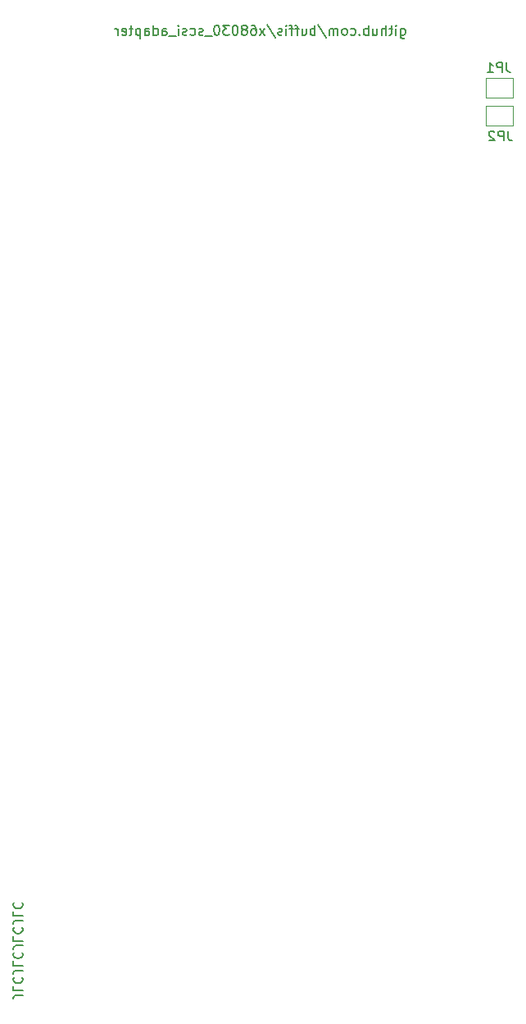
<source format=gbr>
%TF.GenerationSoftware,KiCad,Pcbnew,8.0.8*%
%TF.CreationDate,2025-02-28T07:36:19+01:00*%
%TF.ProjectId,x68030_scsi,78363830-3330-45f7-9363-73692e6b6963,rev?*%
%TF.SameCoordinates,Original*%
%TF.FileFunction,Legend,Bot*%
%TF.FilePolarity,Positive*%
%FSLAX46Y46*%
G04 Gerber Fmt 4.6, Leading zero omitted, Abs format (unit mm)*
G04 Created by KiCad (PCBNEW 8.0.8) date 2025-02-28 07:36:19*
%MOMM*%
%LPD*%
G01*
G04 APERTURE LIST*
%ADD10C,0.150000*%
%ADD11C,0.120000*%
G04 APERTURE END LIST*
D10*
X72462849Y-71694752D02*
X72462849Y-72504276D01*
X72462849Y-72504276D02*
X72510468Y-72599514D01*
X72510468Y-72599514D02*
X72558087Y-72647133D01*
X72558087Y-72647133D02*
X72653325Y-72694752D01*
X72653325Y-72694752D02*
X72796182Y-72694752D01*
X72796182Y-72694752D02*
X72891420Y-72647133D01*
X72462849Y-72313800D02*
X72558087Y-72361419D01*
X72558087Y-72361419D02*
X72748563Y-72361419D01*
X72748563Y-72361419D02*
X72843801Y-72313800D01*
X72843801Y-72313800D02*
X72891420Y-72266180D01*
X72891420Y-72266180D02*
X72939039Y-72170942D01*
X72939039Y-72170942D02*
X72939039Y-71885228D01*
X72939039Y-71885228D02*
X72891420Y-71789990D01*
X72891420Y-71789990D02*
X72843801Y-71742371D01*
X72843801Y-71742371D02*
X72748563Y-71694752D01*
X72748563Y-71694752D02*
X72558087Y-71694752D01*
X72558087Y-71694752D02*
X72462849Y-71742371D01*
X71986658Y-72361419D02*
X71986658Y-71694752D01*
X71986658Y-71361419D02*
X72034277Y-71409038D01*
X72034277Y-71409038D02*
X71986658Y-71456657D01*
X71986658Y-71456657D02*
X71939039Y-71409038D01*
X71939039Y-71409038D02*
X71986658Y-71361419D01*
X71986658Y-71361419D02*
X71986658Y-71456657D01*
X71653325Y-71694752D02*
X71272373Y-71694752D01*
X71510468Y-71361419D02*
X71510468Y-72218561D01*
X71510468Y-72218561D02*
X71462849Y-72313800D01*
X71462849Y-72313800D02*
X71367611Y-72361419D01*
X71367611Y-72361419D02*
X71272373Y-72361419D01*
X70939039Y-72361419D02*
X70939039Y-71361419D01*
X70510468Y-72361419D02*
X70510468Y-71837609D01*
X70510468Y-71837609D02*
X70558087Y-71742371D01*
X70558087Y-71742371D02*
X70653325Y-71694752D01*
X70653325Y-71694752D02*
X70796182Y-71694752D01*
X70796182Y-71694752D02*
X70891420Y-71742371D01*
X70891420Y-71742371D02*
X70939039Y-71789990D01*
X69605706Y-71694752D02*
X69605706Y-72361419D01*
X70034277Y-71694752D02*
X70034277Y-72218561D01*
X70034277Y-72218561D02*
X69986658Y-72313800D01*
X69986658Y-72313800D02*
X69891420Y-72361419D01*
X69891420Y-72361419D02*
X69748563Y-72361419D01*
X69748563Y-72361419D02*
X69653325Y-72313800D01*
X69653325Y-72313800D02*
X69605706Y-72266180D01*
X69129515Y-72361419D02*
X69129515Y-71361419D01*
X69129515Y-71742371D02*
X69034277Y-71694752D01*
X69034277Y-71694752D02*
X68843801Y-71694752D01*
X68843801Y-71694752D02*
X68748563Y-71742371D01*
X68748563Y-71742371D02*
X68700944Y-71789990D01*
X68700944Y-71789990D02*
X68653325Y-71885228D01*
X68653325Y-71885228D02*
X68653325Y-72170942D01*
X68653325Y-72170942D02*
X68700944Y-72266180D01*
X68700944Y-72266180D02*
X68748563Y-72313800D01*
X68748563Y-72313800D02*
X68843801Y-72361419D01*
X68843801Y-72361419D02*
X69034277Y-72361419D01*
X69034277Y-72361419D02*
X69129515Y-72313800D01*
X68224753Y-72266180D02*
X68177134Y-72313800D01*
X68177134Y-72313800D02*
X68224753Y-72361419D01*
X68224753Y-72361419D02*
X68272372Y-72313800D01*
X68272372Y-72313800D02*
X68224753Y-72266180D01*
X68224753Y-72266180D02*
X68224753Y-72361419D01*
X67319992Y-72313800D02*
X67415230Y-72361419D01*
X67415230Y-72361419D02*
X67605706Y-72361419D01*
X67605706Y-72361419D02*
X67700944Y-72313800D01*
X67700944Y-72313800D02*
X67748563Y-72266180D01*
X67748563Y-72266180D02*
X67796182Y-72170942D01*
X67796182Y-72170942D02*
X67796182Y-71885228D01*
X67796182Y-71885228D02*
X67748563Y-71789990D01*
X67748563Y-71789990D02*
X67700944Y-71742371D01*
X67700944Y-71742371D02*
X67605706Y-71694752D01*
X67605706Y-71694752D02*
X67415230Y-71694752D01*
X67415230Y-71694752D02*
X67319992Y-71742371D01*
X66748563Y-72361419D02*
X66843801Y-72313800D01*
X66843801Y-72313800D02*
X66891420Y-72266180D01*
X66891420Y-72266180D02*
X66939039Y-72170942D01*
X66939039Y-72170942D02*
X66939039Y-71885228D01*
X66939039Y-71885228D02*
X66891420Y-71789990D01*
X66891420Y-71789990D02*
X66843801Y-71742371D01*
X66843801Y-71742371D02*
X66748563Y-71694752D01*
X66748563Y-71694752D02*
X66605706Y-71694752D01*
X66605706Y-71694752D02*
X66510468Y-71742371D01*
X66510468Y-71742371D02*
X66462849Y-71789990D01*
X66462849Y-71789990D02*
X66415230Y-71885228D01*
X66415230Y-71885228D02*
X66415230Y-72170942D01*
X66415230Y-72170942D02*
X66462849Y-72266180D01*
X66462849Y-72266180D02*
X66510468Y-72313800D01*
X66510468Y-72313800D02*
X66605706Y-72361419D01*
X66605706Y-72361419D02*
X66748563Y-72361419D01*
X65986658Y-72361419D02*
X65986658Y-71694752D01*
X65986658Y-71789990D02*
X65939039Y-71742371D01*
X65939039Y-71742371D02*
X65843801Y-71694752D01*
X65843801Y-71694752D02*
X65700944Y-71694752D01*
X65700944Y-71694752D02*
X65605706Y-71742371D01*
X65605706Y-71742371D02*
X65558087Y-71837609D01*
X65558087Y-71837609D02*
X65558087Y-72361419D01*
X65558087Y-71837609D02*
X65510468Y-71742371D01*
X65510468Y-71742371D02*
X65415230Y-71694752D01*
X65415230Y-71694752D02*
X65272373Y-71694752D01*
X65272373Y-71694752D02*
X65177134Y-71742371D01*
X65177134Y-71742371D02*
X65129515Y-71837609D01*
X65129515Y-71837609D02*
X65129515Y-72361419D01*
X63939040Y-71313800D02*
X64796182Y-72599514D01*
X63605706Y-72361419D02*
X63605706Y-71361419D01*
X63605706Y-71742371D02*
X63510468Y-71694752D01*
X63510468Y-71694752D02*
X63319992Y-71694752D01*
X63319992Y-71694752D02*
X63224754Y-71742371D01*
X63224754Y-71742371D02*
X63177135Y-71789990D01*
X63177135Y-71789990D02*
X63129516Y-71885228D01*
X63129516Y-71885228D02*
X63129516Y-72170942D01*
X63129516Y-72170942D02*
X63177135Y-72266180D01*
X63177135Y-72266180D02*
X63224754Y-72313800D01*
X63224754Y-72313800D02*
X63319992Y-72361419D01*
X63319992Y-72361419D02*
X63510468Y-72361419D01*
X63510468Y-72361419D02*
X63605706Y-72313800D01*
X62272373Y-71694752D02*
X62272373Y-72361419D01*
X62700944Y-71694752D02*
X62700944Y-72218561D01*
X62700944Y-72218561D02*
X62653325Y-72313800D01*
X62653325Y-72313800D02*
X62558087Y-72361419D01*
X62558087Y-72361419D02*
X62415230Y-72361419D01*
X62415230Y-72361419D02*
X62319992Y-72313800D01*
X62319992Y-72313800D02*
X62272373Y-72266180D01*
X61939039Y-71694752D02*
X61558087Y-71694752D01*
X61796182Y-72361419D02*
X61796182Y-71504276D01*
X61796182Y-71504276D02*
X61748563Y-71409038D01*
X61748563Y-71409038D02*
X61653325Y-71361419D01*
X61653325Y-71361419D02*
X61558087Y-71361419D01*
X61367610Y-71694752D02*
X60986658Y-71694752D01*
X61224753Y-72361419D02*
X61224753Y-71504276D01*
X61224753Y-71504276D02*
X61177134Y-71409038D01*
X61177134Y-71409038D02*
X61081896Y-71361419D01*
X61081896Y-71361419D02*
X60986658Y-71361419D01*
X60653324Y-72361419D02*
X60653324Y-71694752D01*
X60653324Y-71361419D02*
X60700943Y-71409038D01*
X60700943Y-71409038D02*
X60653324Y-71456657D01*
X60653324Y-71456657D02*
X60605705Y-71409038D01*
X60605705Y-71409038D02*
X60653324Y-71361419D01*
X60653324Y-71361419D02*
X60653324Y-71456657D01*
X60224753Y-72313800D02*
X60129515Y-72361419D01*
X60129515Y-72361419D02*
X59939039Y-72361419D01*
X59939039Y-72361419D02*
X59843801Y-72313800D01*
X59843801Y-72313800D02*
X59796182Y-72218561D01*
X59796182Y-72218561D02*
X59796182Y-72170942D01*
X59796182Y-72170942D02*
X59843801Y-72075704D01*
X59843801Y-72075704D02*
X59939039Y-72028085D01*
X59939039Y-72028085D02*
X60081896Y-72028085D01*
X60081896Y-72028085D02*
X60177134Y-71980466D01*
X60177134Y-71980466D02*
X60224753Y-71885228D01*
X60224753Y-71885228D02*
X60224753Y-71837609D01*
X60224753Y-71837609D02*
X60177134Y-71742371D01*
X60177134Y-71742371D02*
X60081896Y-71694752D01*
X60081896Y-71694752D02*
X59939039Y-71694752D01*
X59939039Y-71694752D02*
X59843801Y-71742371D01*
X58653325Y-71313800D02*
X59510467Y-72599514D01*
X58415229Y-72361419D02*
X57891420Y-71694752D01*
X58415229Y-71694752D02*
X57891420Y-72361419D01*
X57081896Y-71361419D02*
X57272372Y-71361419D01*
X57272372Y-71361419D02*
X57367610Y-71409038D01*
X57367610Y-71409038D02*
X57415229Y-71456657D01*
X57415229Y-71456657D02*
X57510467Y-71599514D01*
X57510467Y-71599514D02*
X57558086Y-71789990D01*
X57558086Y-71789990D02*
X57558086Y-72170942D01*
X57558086Y-72170942D02*
X57510467Y-72266180D01*
X57510467Y-72266180D02*
X57462848Y-72313800D01*
X57462848Y-72313800D02*
X57367610Y-72361419D01*
X57367610Y-72361419D02*
X57177134Y-72361419D01*
X57177134Y-72361419D02*
X57081896Y-72313800D01*
X57081896Y-72313800D02*
X57034277Y-72266180D01*
X57034277Y-72266180D02*
X56986658Y-72170942D01*
X56986658Y-72170942D02*
X56986658Y-71932847D01*
X56986658Y-71932847D02*
X57034277Y-71837609D01*
X57034277Y-71837609D02*
X57081896Y-71789990D01*
X57081896Y-71789990D02*
X57177134Y-71742371D01*
X57177134Y-71742371D02*
X57367610Y-71742371D01*
X57367610Y-71742371D02*
X57462848Y-71789990D01*
X57462848Y-71789990D02*
X57510467Y-71837609D01*
X57510467Y-71837609D02*
X57558086Y-71932847D01*
X56415229Y-71789990D02*
X56510467Y-71742371D01*
X56510467Y-71742371D02*
X56558086Y-71694752D01*
X56558086Y-71694752D02*
X56605705Y-71599514D01*
X56605705Y-71599514D02*
X56605705Y-71551895D01*
X56605705Y-71551895D02*
X56558086Y-71456657D01*
X56558086Y-71456657D02*
X56510467Y-71409038D01*
X56510467Y-71409038D02*
X56415229Y-71361419D01*
X56415229Y-71361419D02*
X56224753Y-71361419D01*
X56224753Y-71361419D02*
X56129515Y-71409038D01*
X56129515Y-71409038D02*
X56081896Y-71456657D01*
X56081896Y-71456657D02*
X56034277Y-71551895D01*
X56034277Y-71551895D02*
X56034277Y-71599514D01*
X56034277Y-71599514D02*
X56081896Y-71694752D01*
X56081896Y-71694752D02*
X56129515Y-71742371D01*
X56129515Y-71742371D02*
X56224753Y-71789990D01*
X56224753Y-71789990D02*
X56415229Y-71789990D01*
X56415229Y-71789990D02*
X56510467Y-71837609D01*
X56510467Y-71837609D02*
X56558086Y-71885228D01*
X56558086Y-71885228D02*
X56605705Y-71980466D01*
X56605705Y-71980466D02*
X56605705Y-72170942D01*
X56605705Y-72170942D02*
X56558086Y-72266180D01*
X56558086Y-72266180D02*
X56510467Y-72313800D01*
X56510467Y-72313800D02*
X56415229Y-72361419D01*
X56415229Y-72361419D02*
X56224753Y-72361419D01*
X56224753Y-72361419D02*
X56129515Y-72313800D01*
X56129515Y-72313800D02*
X56081896Y-72266180D01*
X56081896Y-72266180D02*
X56034277Y-72170942D01*
X56034277Y-72170942D02*
X56034277Y-71980466D01*
X56034277Y-71980466D02*
X56081896Y-71885228D01*
X56081896Y-71885228D02*
X56129515Y-71837609D01*
X56129515Y-71837609D02*
X56224753Y-71789990D01*
X55415229Y-71361419D02*
X55319991Y-71361419D01*
X55319991Y-71361419D02*
X55224753Y-71409038D01*
X55224753Y-71409038D02*
X55177134Y-71456657D01*
X55177134Y-71456657D02*
X55129515Y-71551895D01*
X55129515Y-71551895D02*
X55081896Y-71742371D01*
X55081896Y-71742371D02*
X55081896Y-71980466D01*
X55081896Y-71980466D02*
X55129515Y-72170942D01*
X55129515Y-72170942D02*
X55177134Y-72266180D01*
X55177134Y-72266180D02*
X55224753Y-72313800D01*
X55224753Y-72313800D02*
X55319991Y-72361419D01*
X55319991Y-72361419D02*
X55415229Y-72361419D01*
X55415229Y-72361419D02*
X55510467Y-72313800D01*
X55510467Y-72313800D02*
X55558086Y-72266180D01*
X55558086Y-72266180D02*
X55605705Y-72170942D01*
X55605705Y-72170942D02*
X55653324Y-71980466D01*
X55653324Y-71980466D02*
X55653324Y-71742371D01*
X55653324Y-71742371D02*
X55605705Y-71551895D01*
X55605705Y-71551895D02*
X55558086Y-71456657D01*
X55558086Y-71456657D02*
X55510467Y-71409038D01*
X55510467Y-71409038D02*
X55415229Y-71361419D01*
X54748562Y-71361419D02*
X54129515Y-71361419D01*
X54129515Y-71361419D02*
X54462848Y-71742371D01*
X54462848Y-71742371D02*
X54319991Y-71742371D01*
X54319991Y-71742371D02*
X54224753Y-71789990D01*
X54224753Y-71789990D02*
X54177134Y-71837609D01*
X54177134Y-71837609D02*
X54129515Y-71932847D01*
X54129515Y-71932847D02*
X54129515Y-72170942D01*
X54129515Y-72170942D02*
X54177134Y-72266180D01*
X54177134Y-72266180D02*
X54224753Y-72313800D01*
X54224753Y-72313800D02*
X54319991Y-72361419D01*
X54319991Y-72361419D02*
X54605705Y-72361419D01*
X54605705Y-72361419D02*
X54700943Y-72313800D01*
X54700943Y-72313800D02*
X54748562Y-72266180D01*
X53510467Y-71361419D02*
X53415229Y-71361419D01*
X53415229Y-71361419D02*
X53319991Y-71409038D01*
X53319991Y-71409038D02*
X53272372Y-71456657D01*
X53272372Y-71456657D02*
X53224753Y-71551895D01*
X53224753Y-71551895D02*
X53177134Y-71742371D01*
X53177134Y-71742371D02*
X53177134Y-71980466D01*
X53177134Y-71980466D02*
X53224753Y-72170942D01*
X53224753Y-72170942D02*
X53272372Y-72266180D01*
X53272372Y-72266180D02*
X53319991Y-72313800D01*
X53319991Y-72313800D02*
X53415229Y-72361419D01*
X53415229Y-72361419D02*
X53510467Y-72361419D01*
X53510467Y-72361419D02*
X53605705Y-72313800D01*
X53605705Y-72313800D02*
X53653324Y-72266180D01*
X53653324Y-72266180D02*
X53700943Y-72170942D01*
X53700943Y-72170942D02*
X53748562Y-71980466D01*
X53748562Y-71980466D02*
X53748562Y-71742371D01*
X53748562Y-71742371D02*
X53700943Y-71551895D01*
X53700943Y-71551895D02*
X53653324Y-71456657D01*
X53653324Y-71456657D02*
X53605705Y-71409038D01*
X53605705Y-71409038D02*
X53510467Y-71361419D01*
X52986658Y-72456657D02*
X52224753Y-72456657D01*
X52034276Y-72313800D02*
X51939038Y-72361419D01*
X51939038Y-72361419D02*
X51748562Y-72361419D01*
X51748562Y-72361419D02*
X51653324Y-72313800D01*
X51653324Y-72313800D02*
X51605705Y-72218561D01*
X51605705Y-72218561D02*
X51605705Y-72170942D01*
X51605705Y-72170942D02*
X51653324Y-72075704D01*
X51653324Y-72075704D02*
X51748562Y-72028085D01*
X51748562Y-72028085D02*
X51891419Y-72028085D01*
X51891419Y-72028085D02*
X51986657Y-71980466D01*
X51986657Y-71980466D02*
X52034276Y-71885228D01*
X52034276Y-71885228D02*
X52034276Y-71837609D01*
X52034276Y-71837609D02*
X51986657Y-71742371D01*
X51986657Y-71742371D02*
X51891419Y-71694752D01*
X51891419Y-71694752D02*
X51748562Y-71694752D01*
X51748562Y-71694752D02*
X51653324Y-71742371D01*
X50748562Y-72313800D02*
X50843800Y-72361419D01*
X50843800Y-72361419D02*
X51034276Y-72361419D01*
X51034276Y-72361419D02*
X51129514Y-72313800D01*
X51129514Y-72313800D02*
X51177133Y-72266180D01*
X51177133Y-72266180D02*
X51224752Y-72170942D01*
X51224752Y-72170942D02*
X51224752Y-71885228D01*
X51224752Y-71885228D02*
X51177133Y-71789990D01*
X51177133Y-71789990D02*
X51129514Y-71742371D01*
X51129514Y-71742371D02*
X51034276Y-71694752D01*
X51034276Y-71694752D02*
X50843800Y-71694752D01*
X50843800Y-71694752D02*
X50748562Y-71742371D01*
X50367609Y-72313800D02*
X50272371Y-72361419D01*
X50272371Y-72361419D02*
X50081895Y-72361419D01*
X50081895Y-72361419D02*
X49986657Y-72313800D01*
X49986657Y-72313800D02*
X49939038Y-72218561D01*
X49939038Y-72218561D02*
X49939038Y-72170942D01*
X49939038Y-72170942D02*
X49986657Y-72075704D01*
X49986657Y-72075704D02*
X50081895Y-72028085D01*
X50081895Y-72028085D02*
X50224752Y-72028085D01*
X50224752Y-72028085D02*
X50319990Y-71980466D01*
X50319990Y-71980466D02*
X50367609Y-71885228D01*
X50367609Y-71885228D02*
X50367609Y-71837609D01*
X50367609Y-71837609D02*
X50319990Y-71742371D01*
X50319990Y-71742371D02*
X50224752Y-71694752D01*
X50224752Y-71694752D02*
X50081895Y-71694752D01*
X50081895Y-71694752D02*
X49986657Y-71742371D01*
X49510466Y-72361419D02*
X49510466Y-71694752D01*
X49510466Y-71361419D02*
X49558085Y-71409038D01*
X49558085Y-71409038D02*
X49510466Y-71456657D01*
X49510466Y-71456657D02*
X49462847Y-71409038D01*
X49462847Y-71409038D02*
X49510466Y-71361419D01*
X49510466Y-71361419D02*
X49510466Y-71456657D01*
X49272372Y-72456657D02*
X48510467Y-72456657D01*
X47843800Y-72361419D02*
X47843800Y-71837609D01*
X47843800Y-71837609D02*
X47891419Y-71742371D01*
X47891419Y-71742371D02*
X47986657Y-71694752D01*
X47986657Y-71694752D02*
X48177133Y-71694752D01*
X48177133Y-71694752D02*
X48272371Y-71742371D01*
X47843800Y-72313800D02*
X47939038Y-72361419D01*
X47939038Y-72361419D02*
X48177133Y-72361419D01*
X48177133Y-72361419D02*
X48272371Y-72313800D01*
X48272371Y-72313800D02*
X48319990Y-72218561D01*
X48319990Y-72218561D02*
X48319990Y-72123323D01*
X48319990Y-72123323D02*
X48272371Y-72028085D01*
X48272371Y-72028085D02*
X48177133Y-71980466D01*
X48177133Y-71980466D02*
X47939038Y-71980466D01*
X47939038Y-71980466D02*
X47843800Y-71932847D01*
X46939038Y-72361419D02*
X46939038Y-71361419D01*
X46939038Y-72313800D02*
X47034276Y-72361419D01*
X47034276Y-72361419D02*
X47224752Y-72361419D01*
X47224752Y-72361419D02*
X47319990Y-72313800D01*
X47319990Y-72313800D02*
X47367609Y-72266180D01*
X47367609Y-72266180D02*
X47415228Y-72170942D01*
X47415228Y-72170942D02*
X47415228Y-71885228D01*
X47415228Y-71885228D02*
X47367609Y-71789990D01*
X47367609Y-71789990D02*
X47319990Y-71742371D01*
X47319990Y-71742371D02*
X47224752Y-71694752D01*
X47224752Y-71694752D02*
X47034276Y-71694752D01*
X47034276Y-71694752D02*
X46939038Y-71742371D01*
X46034276Y-72361419D02*
X46034276Y-71837609D01*
X46034276Y-71837609D02*
X46081895Y-71742371D01*
X46081895Y-71742371D02*
X46177133Y-71694752D01*
X46177133Y-71694752D02*
X46367609Y-71694752D01*
X46367609Y-71694752D02*
X46462847Y-71742371D01*
X46034276Y-72313800D02*
X46129514Y-72361419D01*
X46129514Y-72361419D02*
X46367609Y-72361419D01*
X46367609Y-72361419D02*
X46462847Y-72313800D01*
X46462847Y-72313800D02*
X46510466Y-72218561D01*
X46510466Y-72218561D02*
X46510466Y-72123323D01*
X46510466Y-72123323D02*
X46462847Y-72028085D01*
X46462847Y-72028085D02*
X46367609Y-71980466D01*
X46367609Y-71980466D02*
X46129514Y-71980466D01*
X46129514Y-71980466D02*
X46034276Y-71932847D01*
X45558085Y-71694752D02*
X45558085Y-72694752D01*
X45558085Y-71742371D02*
X45462847Y-71694752D01*
X45462847Y-71694752D02*
X45272371Y-71694752D01*
X45272371Y-71694752D02*
X45177133Y-71742371D01*
X45177133Y-71742371D02*
X45129514Y-71789990D01*
X45129514Y-71789990D02*
X45081895Y-71885228D01*
X45081895Y-71885228D02*
X45081895Y-72170942D01*
X45081895Y-72170942D02*
X45129514Y-72266180D01*
X45129514Y-72266180D02*
X45177133Y-72313800D01*
X45177133Y-72313800D02*
X45272371Y-72361419D01*
X45272371Y-72361419D02*
X45462847Y-72361419D01*
X45462847Y-72361419D02*
X45558085Y-72313800D01*
X44796180Y-71694752D02*
X44415228Y-71694752D01*
X44653323Y-71361419D02*
X44653323Y-72218561D01*
X44653323Y-72218561D02*
X44605704Y-72313800D01*
X44605704Y-72313800D02*
X44510466Y-72361419D01*
X44510466Y-72361419D02*
X44415228Y-72361419D01*
X43700942Y-72313800D02*
X43796180Y-72361419D01*
X43796180Y-72361419D02*
X43986656Y-72361419D01*
X43986656Y-72361419D02*
X44081894Y-72313800D01*
X44081894Y-72313800D02*
X44129513Y-72218561D01*
X44129513Y-72218561D02*
X44129513Y-71837609D01*
X44129513Y-71837609D02*
X44081894Y-71742371D01*
X44081894Y-71742371D02*
X43986656Y-71694752D01*
X43986656Y-71694752D02*
X43796180Y-71694752D01*
X43796180Y-71694752D02*
X43700942Y-71742371D01*
X43700942Y-71742371D02*
X43653323Y-71837609D01*
X43653323Y-71837609D02*
X43653323Y-71932847D01*
X43653323Y-71932847D02*
X44129513Y-72028085D01*
X43224751Y-72361419D02*
X43224751Y-71694752D01*
X43224751Y-71885228D02*
X43177132Y-71789990D01*
X43177132Y-71789990D02*
X43129513Y-71742371D01*
X43129513Y-71742371D02*
X43034275Y-71694752D01*
X43034275Y-71694752D02*
X42939037Y-71694752D01*
X33438980Y-171437106D02*
X32724695Y-171437106D01*
X32724695Y-171437106D02*
X32581838Y-171484725D01*
X32581838Y-171484725D02*
X32486600Y-171579963D01*
X32486600Y-171579963D02*
X32438980Y-171722820D01*
X32438980Y-171722820D02*
X32438980Y-171818058D01*
X32438980Y-170484725D02*
X32438980Y-170960915D01*
X32438980Y-170960915D02*
X33438980Y-170960915D01*
X32534219Y-169579963D02*
X32486600Y-169627582D01*
X32486600Y-169627582D02*
X32438980Y-169770439D01*
X32438980Y-169770439D02*
X32438980Y-169865677D01*
X32438980Y-169865677D02*
X32486600Y-170008534D01*
X32486600Y-170008534D02*
X32581838Y-170103772D01*
X32581838Y-170103772D02*
X32677076Y-170151391D01*
X32677076Y-170151391D02*
X32867552Y-170199010D01*
X32867552Y-170199010D02*
X33010409Y-170199010D01*
X33010409Y-170199010D02*
X33200885Y-170151391D01*
X33200885Y-170151391D02*
X33296123Y-170103772D01*
X33296123Y-170103772D02*
X33391361Y-170008534D01*
X33391361Y-170008534D02*
X33438980Y-169865677D01*
X33438980Y-169865677D02*
X33438980Y-169770439D01*
X33438980Y-169770439D02*
X33391361Y-169627582D01*
X33391361Y-169627582D02*
X33343742Y-169579963D01*
X33438980Y-168865677D02*
X32724695Y-168865677D01*
X32724695Y-168865677D02*
X32581838Y-168913296D01*
X32581838Y-168913296D02*
X32486600Y-169008534D01*
X32486600Y-169008534D02*
X32438980Y-169151391D01*
X32438980Y-169151391D02*
X32438980Y-169246629D01*
X32438980Y-167913296D02*
X32438980Y-168389486D01*
X32438980Y-168389486D02*
X33438980Y-168389486D01*
X32534219Y-167008534D02*
X32486600Y-167056153D01*
X32486600Y-167056153D02*
X32438980Y-167199010D01*
X32438980Y-167199010D02*
X32438980Y-167294248D01*
X32438980Y-167294248D02*
X32486600Y-167437105D01*
X32486600Y-167437105D02*
X32581838Y-167532343D01*
X32581838Y-167532343D02*
X32677076Y-167579962D01*
X32677076Y-167579962D02*
X32867552Y-167627581D01*
X32867552Y-167627581D02*
X33010409Y-167627581D01*
X33010409Y-167627581D02*
X33200885Y-167579962D01*
X33200885Y-167579962D02*
X33296123Y-167532343D01*
X33296123Y-167532343D02*
X33391361Y-167437105D01*
X33391361Y-167437105D02*
X33438980Y-167294248D01*
X33438980Y-167294248D02*
X33438980Y-167199010D01*
X33438980Y-167199010D02*
X33391361Y-167056153D01*
X33391361Y-167056153D02*
X33343742Y-167008534D01*
X33438980Y-166294248D02*
X32724695Y-166294248D01*
X32724695Y-166294248D02*
X32581838Y-166341867D01*
X32581838Y-166341867D02*
X32486600Y-166437105D01*
X32486600Y-166437105D02*
X32438980Y-166579962D01*
X32438980Y-166579962D02*
X32438980Y-166675200D01*
X32438980Y-165341867D02*
X32438980Y-165818057D01*
X32438980Y-165818057D02*
X33438980Y-165818057D01*
X32534219Y-164437105D02*
X32486600Y-164484724D01*
X32486600Y-164484724D02*
X32438980Y-164627581D01*
X32438980Y-164627581D02*
X32438980Y-164722819D01*
X32438980Y-164722819D02*
X32486600Y-164865676D01*
X32486600Y-164865676D02*
X32581838Y-164960914D01*
X32581838Y-164960914D02*
X32677076Y-165008533D01*
X32677076Y-165008533D02*
X32867552Y-165056152D01*
X32867552Y-165056152D02*
X33010409Y-165056152D01*
X33010409Y-165056152D02*
X33200885Y-165008533D01*
X33200885Y-165008533D02*
X33296123Y-164960914D01*
X33296123Y-164960914D02*
X33391361Y-164865676D01*
X33391361Y-164865676D02*
X33438980Y-164722819D01*
X33438980Y-164722819D02*
X33438980Y-164627581D01*
X33438980Y-164627581D02*
X33391361Y-164484724D01*
X33391361Y-164484724D02*
X33343742Y-164437105D01*
X33438980Y-163722819D02*
X32724695Y-163722819D01*
X32724695Y-163722819D02*
X32581838Y-163770438D01*
X32581838Y-163770438D02*
X32486600Y-163865676D01*
X32486600Y-163865676D02*
X32438980Y-164008533D01*
X32438980Y-164008533D02*
X32438980Y-164103771D01*
X32438980Y-162770438D02*
X32438980Y-163246628D01*
X32438980Y-163246628D02*
X33438980Y-163246628D01*
X32534219Y-161865676D02*
X32486600Y-161913295D01*
X32486600Y-161913295D02*
X32438980Y-162056152D01*
X32438980Y-162056152D02*
X32438980Y-162151390D01*
X32438980Y-162151390D02*
X32486600Y-162294247D01*
X32486600Y-162294247D02*
X32581838Y-162389485D01*
X32581838Y-162389485D02*
X32677076Y-162437104D01*
X32677076Y-162437104D02*
X32867552Y-162484723D01*
X32867552Y-162484723D02*
X33010409Y-162484723D01*
X33010409Y-162484723D02*
X33200885Y-162437104D01*
X33200885Y-162437104D02*
X33296123Y-162389485D01*
X33296123Y-162389485D02*
X33391361Y-162294247D01*
X33391361Y-162294247D02*
X33438980Y-162151390D01*
X33438980Y-162151390D02*
X33438980Y-162056152D01*
X33438980Y-162056152D02*
X33391361Y-161913295D01*
X33391361Y-161913295D02*
X33343742Y-161865676D01*
X83434133Y-75197619D02*
X83434133Y-75911904D01*
X83434133Y-75911904D02*
X83481752Y-76054761D01*
X83481752Y-76054761D02*
X83576990Y-76150000D01*
X83576990Y-76150000D02*
X83719847Y-76197619D01*
X83719847Y-76197619D02*
X83815085Y-76197619D01*
X82957942Y-76197619D02*
X82957942Y-75197619D01*
X82957942Y-75197619D02*
X82576990Y-75197619D01*
X82576990Y-75197619D02*
X82481752Y-75245238D01*
X82481752Y-75245238D02*
X82434133Y-75292857D01*
X82434133Y-75292857D02*
X82386514Y-75388095D01*
X82386514Y-75388095D02*
X82386514Y-75530952D01*
X82386514Y-75530952D02*
X82434133Y-75626190D01*
X82434133Y-75626190D02*
X82481752Y-75673809D01*
X82481752Y-75673809D02*
X82576990Y-75721428D01*
X82576990Y-75721428D02*
X82957942Y-75721428D01*
X81434133Y-76197619D02*
X82005561Y-76197619D01*
X81719847Y-76197619D02*
X81719847Y-75197619D01*
X81719847Y-75197619D02*
X81815085Y-75340476D01*
X81815085Y-75340476D02*
X81910323Y-75435714D01*
X81910323Y-75435714D02*
X82005561Y-75483333D01*
X83586533Y-82258819D02*
X83586533Y-82973104D01*
X83586533Y-82973104D02*
X83634152Y-83115961D01*
X83634152Y-83115961D02*
X83729390Y-83211200D01*
X83729390Y-83211200D02*
X83872247Y-83258819D01*
X83872247Y-83258819D02*
X83967485Y-83258819D01*
X83110342Y-83258819D02*
X83110342Y-82258819D01*
X83110342Y-82258819D02*
X82729390Y-82258819D01*
X82729390Y-82258819D02*
X82634152Y-82306438D01*
X82634152Y-82306438D02*
X82586533Y-82354057D01*
X82586533Y-82354057D02*
X82538914Y-82449295D01*
X82538914Y-82449295D02*
X82538914Y-82592152D01*
X82538914Y-82592152D02*
X82586533Y-82687390D01*
X82586533Y-82687390D02*
X82634152Y-82735009D01*
X82634152Y-82735009D02*
X82729390Y-82782628D01*
X82729390Y-82782628D02*
X83110342Y-82782628D01*
X82157961Y-82354057D02*
X82110342Y-82306438D01*
X82110342Y-82306438D02*
X82015104Y-82258819D01*
X82015104Y-82258819D02*
X81777009Y-82258819D01*
X81777009Y-82258819D02*
X81681771Y-82306438D01*
X81681771Y-82306438D02*
X81634152Y-82354057D01*
X81634152Y-82354057D02*
X81586533Y-82449295D01*
X81586533Y-82449295D02*
X81586533Y-82544533D01*
X81586533Y-82544533D02*
X81634152Y-82687390D01*
X81634152Y-82687390D02*
X82205580Y-83258819D01*
X82205580Y-83258819D02*
X81586533Y-83258819D01*
D11*
%TO.C,JP1*%
X81302400Y-76825600D02*
X84102400Y-76825600D01*
X81302400Y-78825600D02*
X81302400Y-76825600D01*
X84102400Y-76825600D02*
X84102400Y-78825600D01*
X84102400Y-78825600D02*
X81302400Y-78825600D01*
%TO.C,JP2*%
X81302400Y-79670400D02*
X84102400Y-79670400D01*
X81302400Y-81670400D02*
X81302400Y-79670400D01*
X84102400Y-79670400D02*
X84102400Y-81670400D01*
X84102400Y-81670400D02*
X81302400Y-81670400D01*
%TD*%
M02*

</source>
